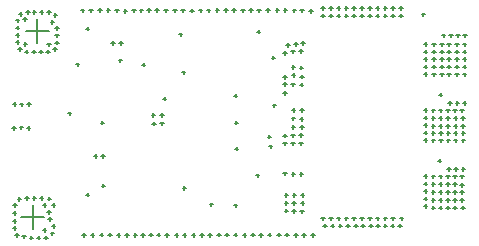
<source format=gbr>
%TF.GenerationSoftware,Altium Limited,Altium Designer,20.2.3 (150)*%
G04 Layer_Color=128*
%FSLAX26Y26*%
%MOIN*%
%TF.SameCoordinates,27716F98-0B22-40FE-96F5-AA6DB086EB47*%
%TF.FilePolarity,Positive*%
%TF.FileFunction,Drillmap*%
%TF.Part,Single*%
G01*
G75*
%TA.AperFunction,NonConductor*%
%ADD42C,0.005000*%
D42*
X2596095Y1484992D02*
X2607905D01*
X2602000Y1479087D02*
Y1490898D01*
X2234095Y1646000D02*
X2245905D01*
X2240000Y1640094D02*
Y1651906D01*
X2210095Y1646000D02*
X2221905D01*
X2216000Y1640094D02*
Y1651906D01*
X2295095Y2023000D02*
X2306905D01*
X2301000Y2017094D02*
Y2028906D01*
X2294103Y1965734D02*
X2304103D01*
X2299103Y1960734D02*
Y1970734D01*
X2269095Y2023508D02*
X2280905D01*
X2275000Y2017603D02*
Y2029414D01*
X2185000Y2070000D02*
X2195000D01*
X2190000Y2065000D02*
Y2075000D01*
X2494218Y2051218D02*
X2504218D01*
X2499218Y2046218D02*
Y2056218D01*
X2789441Y1710682D02*
X2799441D01*
X2794441Y1705682D02*
Y1715682D01*
X2794735Y1678877D02*
X2804735D01*
X2799735Y1673877D02*
Y1683877D01*
X2841874Y1856483D02*
X2853685D01*
X2847779Y1850577D02*
Y1862388D01*
X2806627Y1814815D02*
X2816627D01*
X2811627Y1809815D02*
Y1819815D01*
X2751443Y1581623D02*
X2761443D01*
X2756443Y1576623D02*
Y1586623D01*
X2755000Y2060000D02*
X2765000D01*
X2760000Y2055000D02*
Y2065000D01*
X2172095Y1383000D02*
X2183905D01*
X2178000Y1377094D02*
Y1388906D01*
X2200095Y1383000D02*
X2211905D01*
X2206000Y1377094D02*
Y1388906D01*
X2230095Y1384000D02*
X2241905D01*
X2236000Y1378094D02*
Y1389906D01*
X2258095Y1384000D02*
X2269905D01*
X2264000Y1378094D02*
Y1389906D01*
X2287095Y1383000D02*
X2298905D01*
X2293000Y1377094D02*
Y1388906D01*
X2343095Y1383000D02*
X2354905D01*
X2349000Y1377094D02*
Y1388906D01*
X2394095Y1384000D02*
X2405905D01*
X2400000Y1378094D02*
Y1389906D01*
X2420095Y1384000D02*
X2431905D01*
X2426000Y1378094D02*
Y1389906D01*
X2449095Y1383000D02*
X2460905D01*
X2455000Y1377094D02*
Y1388906D01*
X2480095Y1383000D02*
X2491905D01*
X2486000Y1377094D02*
Y1388906D01*
X2507095Y1383000D02*
X2518905D01*
X2513000Y1377094D02*
Y1388906D01*
X2565095Y1383000D02*
X2576905D01*
X2571000Y1377094D02*
Y1388906D01*
X2649095Y1384000D02*
X2660905D01*
X2655000Y1378094D02*
Y1389906D01*
X2734095Y1384000D02*
X2745905D01*
X2740000Y1378094D02*
Y1389906D01*
X2790095Y1384000D02*
X2801905D01*
X2796000Y1378094D02*
Y1389906D01*
X2821095Y1384000D02*
X2832905D01*
X2827000Y1378094D02*
Y1389906D01*
X2848095Y1384000D02*
X2859905D01*
X2854000Y1378094D02*
Y1389906D01*
X2878095Y1383000D02*
X2889905D01*
X2884000Y1377094D02*
Y1388906D01*
X2904095Y1383000D02*
X2915905D01*
X2910000Y1377094D02*
Y1388906D01*
X2934095Y1382000D02*
X2945905D01*
X2940000Y1376094D02*
Y1387906D01*
X2314874Y1382108D02*
X2326685D01*
X2320779Y1376202D02*
Y1388013D01*
X2368165Y1383249D02*
X2379976D01*
X2374070Y1377344D02*
Y1389155D01*
X2621596Y1383851D02*
X2633407D01*
X2627501Y1377945D02*
Y1389756D01*
X2592069Y1383236D02*
X2603880D01*
X2597974Y1377330D02*
Y1389141D01*
X2536706Y1382620D02*
X2548517D01*
X2542611Y1376715D02*
Y1388526D01*
X2760738Y1383443D02*
X2772549D01*
X2766643Y1377537D02*
Y1389348D01*
X2707361Y1383425D02*
X2719172D01*
X2713267Y1377519D02*
Y1389330D01*
X2677129Y1383840D02*
X2688940D01*
X2683034Y1377934D02*
Y1389745D01*
X2672129Y2131840D02*
X2683940D01*
X2678034Y2125934D02*
Y2137745D01*
X2702361Y2131425D02*
X2714172D01*
X2708267Y2125519D02*
Y2137330D01*
X2755738Y2131443D02*
X2767549D01*
X2761643Y2125537D02*
Y2137348D01*
X2531706Y2130620D02*
X2543517D01*
X2537611Y2124715D02*
Y2136526D01*
X2587069Y2131236D02*
X2598880D01*
X2592974Y2125330D02*
Y2137141D01*
X2616596Y2131851D02*
X2628407D01*
X2622501Y2125945D02*
Y2137756D01*
X2363165Y2131249D02*
X2374976D01*
X2369070Y2125344D02*
Y2137155D01*
X2309874Y2130108D02*
X2321685D01*
X2315779Y2124202D02*
Y2136013D01*
X2929095Y2130000D02*
X2940905D01*
X2935000Y2124095D02*
Y2135905D01*
X2899095Y2131000D02*
X2910905D01*
X2905000Y2125095D02*
Y2136905D01*
X2873095Y2131000D02*
X2884905D01*
X2879000Y2125095D02*
Y2136905D01*
X2843095Y2132000D02*
X2854905D01*
X2849000Y2126095D02*
Y2137905D01*
X2816095Y2132000D02*
X2827905D01*
X2822000Y2126095D02*
Y2137905D01*
X2785095Y2132000D02*
X2796905D01*
X2791000Y2126095D02*
Y2137905D01*
X2729095Y2132000D02*
X2740905D01*
X2735000Y2126095D02*
Y2137905D01*
X2644095Y2132000D02*
X2655905D01*
X2650000Y2126095D02*
Y2137905D01*
X2560095Y2131000D02*
X2571905D01*
X2566000Y2125095D02*
Y2136905D01*
X2502095Y2131000D02*
X2513905D01*
X2508000Y2125095D02*
Y2136905D01*
X2475095Y2131000D02*
X2486905D01*
X2481000Y2125095D02*
Y2136905D01*
X2444095Y2131000D02*
X2455905D01*
X2450000Y2125095D02*
Y2136905D01*
X2415095Y2132000D02*
X2426905D01*
X2421000Y2126095D02*
Y2137905D01*
X2389095Y2132000D02*
X2400905D01*
X2395000Y2126095D02*
Y2137905D01*
X2338095Y2131000D02*
X2349905D01*
X2344000Y2125095D02*
Y2136905D01*
X2282095Y2131000D02*
X2293905D01*
X2288000Y2125095D02*
Y2136905D01*
X2253095Y2132000D02*
X2264905D01*
X2259000Y2126095D02*
Y2137905D01*
X2225095Y2132000D02*
X2236905D01*
X2231000Y2126095D02*
Y2137905D01*
X2195095Y2131000D02*
X2206905D01*
X2201000Y2125095D02*
Y2136905D01*
X2167095Y2131000D02*
X2178905D01*
X2173000Y2125095D02*
Y2136905D01*
X2898406Y1461599D02*
X2910217D01*
X2904312Y1455693D02*
Y1467504D01*
X2871744Y1462160D02*
X2883555D01*
X2877649Y1456255D02*
Y1468066D01*
X2900090Y1489103D02*
X2911901D01*
X2905995Y1483197D02*
Y1495008D01*
X2872305Y1489664D02*
X2884116D01*
X2878211Y1483759D02*
Y1495570D01*
X2900370Y1515765D02*
X2912182D01*
X2906276Y1509860D02*
Y1521671D01*
X2872867Y1516326D02*
X2884677D01*
X2878772Y1510421D02*
Y1522232D01*
X2895649Y1688395D02*
X2907460D01*
X2901555Y1682489D02*
Y1694301D01*
X2868804Y1688395D02*
X2880615D01*
X2874709Y1682489D02*
Y1694301D01*
X2895096Y1716347D02*
X2906907D01*
X2901001Y1710442D02*
Y1722253D01*
X2869081Y1714963D02*
X2880892D01*
X2874986Y1709058D02*
Y1720869D01*
X2897642Y1742786D02*
X2909452D01*
X2903547Y1736880D02*
Y1748691D01*
X2869730Y1742786D02*
X2881541D01*
X2875636Y1736880D02*
Y1748691D01*
X2897274Y1769963D02*
X2909085D01*
X2903180Y1764057D02*
Y1775869D01*
X2869730Y1771432D02*
X2881541D01*
X2875636Y1765526D02*
Y1777338D01*
X2897642Y1798976D02*
X2909452D01*
X2903547Y1793071D02*
Y1804882D01*
X2870465Y1799343D02*
X2882276D01*
X2876370Y1793438D02*
Y1805249D01*
X2897105Y1883677D02*
X2908916D01*
X2903011Y1877771D02*
Y1889582D01*
X2869185Y1884771D02*
X2880996D01*
X2875090Y1878866D02*
Y1890677D01*
X2898474Y1910776D02*
X2910285D01*
X2904379Y1904870D02*
Y1916681D01*
X2870280Y1915155D02*
X2882091D01*
X2876185Y1909250D02*
Y1921061D01*
X2896284Y1940612D02*
X2908095D01*
X2902190Y1934707D02*
Y1946517D01*
X2869459Y1941981D02*
X2881270D01*
X2875364Y1936075D02*
Y1947886D01*
X2895105Y1996258D02*
X2906916D01*
X2901010Y1990352D02*
Y2002163D01*
X2868773Y1994713D02*
X2880584D01*
X2874679Y1988807D02*
Y2000618D01*
X2896377Y1586805D02*
X2908188D01*
X2902282Y1580900D02*
Y1592711D01*
X2869508Y1586805D02*
X2881319D01*
X2875413Y1580900D02*
Y1592711D01*
X2124915Y1789305D02*
X2134915D01*
X2129915Y1784305D02*
Y1794305D01*
X1987094Y1740000D02*
X1998906D01*
X1993000Y1734094D02*
Y1745906D01*
X1938094Y1740000D02*
X1949906D01*
X1944000Y1734094D02*
Y1745906D01*
X1988094Y1819000D02*
X1999906D01*
X1994000Y1813094D02*
Y1824906D01*
X1964864Y1818942D02*
X1974864D01*
X1969864Y1813942D02*
Y1823942D01*
X1940094Y1819000D02*
X1951906D01*
X1946000Y1813094D02*
Y1824906D01*
X2442000Y1836000D02*
X2452000D01*
X2447000Y1831000D02*
Y1841000D01*
X1963000Y1741000D02*
X1973000D01*
X1968000Y1736000D02*
Y1746000D01*
X2185000Y1517000D02*
X2195000D01*
X2190000Y1512000D02*
Y1522000D01*
X2432095Y1755000D02*
X2443905D01*
X2438000Y1749094D02*
Y1760906D01*
X2405095Y1754000D02*
X2416905D01*
X2411000Y1748094D02*
Y1759906D01*
X2432095Y1783000D02*
X2443905D01*
X2438000Y1777094D02*
Y1788906D01*
X2403095Y1783000D02*
X2414905D01*
X2409000Y1777094D02*
Y1788906D01*
X2505603Y1925000D02*
X2515603D01*
X2510603Y1920000D02*
Y1930000D01*
X1983016Y2061758D02*
X2061756D01*
X2022386Y2022388D02*
Y2101128D01*
X2054095Y2018000D02*
X2065905D01*
X2060000Y2012094D02*
Y2023906D01*
X1976094Y2020000D02*
X1987906D01*
X1982000Y2014094D02*
Y2025906D01*
X2066095Y2092000D02*
X2077905D01*
X2072000Y2086095D02*
Y2097905D01*
X2082095Y2072000D02*
X2093905D01*
X2088000Y2066095D02*
Y2077905D01*
X2082095Y2048000D02*
X2093905D01*
X2088000Y2042094D02*
Y2053905D01*
X2082095Y2024000D02*
X2093905D01*
X2088000Y2018094D02*
Y2029906D01*
X2074095Y2002000D02*
X2085905D01*
X2080000Y1996094D02*
Y2007906D01*
X2052095Y1994000D02*
X2063905D01*
X2058000Y1988094D02*
Y1999906D01*
X2028094Y1994000D02*
X2039906D01*
X2034000Y1988094D02*
Y1999906D01*
X2004094Y1994000D02*
X2015906D01*
X2010000Y1988094D02*
Y1999906D01*
X1980094Y1994000D02*
X1991906D01*
X1986000Y1988094D02*
Y1999906D01*
X1958094Y2002000D02*
X1969906D01*
X1964000Y1996094D02*
Y2007906D01*
X1950094Y2026000D02*
X1961906D01*
X1956000Y2020094D02*
Y2031906D01*
X1950094Y2050000D02*
X1961906D01*
X1956000Y2044094D02*
Y2055905D01*
X1950094Y2074000D02*
X1961906D01*
X1956000Y2068095D02*
Y2079905D01*
X1974094Y2102000D02*
X1985906D01*
X1980000Y2096095D02*
Y2107905D01*
X1950094Y2098000D02*
X1961906D01*
X1956000Y2092095D02*
Y2103905D01*
X2076095Y2116000D02*
X2087905D01*
X2082000Y2110095D02*
Y2121905D01*
X2054095Y2126000D02*
X2065905D01*
X2060000Y2120095D02*
Y2131905D01*
X2030094Y2126000D02*
X2041906D01*
X2036000Y2120095D02*
Y2131905D01*
X2006094Y2126000D02*
X2017906D01*
X2012000Y2120095D02*
Y2131905D01*
X1984094Y2126000D02*
X1995906D01*
X1990000Y2120095D02*
Y2131905D01*
X1960094Y2120000D02*
X1971906D01*
X1966000Y2114095D02*
Y2125905D01*
X2070095Y1482000D02*
X2081905D01*
X2076000Y1476094D02*
Y1487906D01*
X2040094Y1482000D02*
X2051905D01*
X2046000Y1476094D02*
Y1487906D01*
X2054095Y1460000D02*
X2065905D01*
X2060000Y1454094D02*
Y1465906D01*
X2058095Y1436000D02*
X2069905D01*
X2064000Y1430094D02*
Y1441906D01*
X2040094Y1400000D02*
X2051905D01*
X2046000Y1394094D02*
Y1405906D01*
X2070095Y1412000D02*
X2081905D01*
X2076000Y1406094D02*
Y1417906D01*
X2066095Y1388000D02*
X2077905D01*
X2072000Y1382094D02*
Y1393906D01*
X2044094Y1374000D02*
X2055905D01*
X2050000Y1368094D02*
Y1379906D01*
X2020094Y1374000D02*
X2031906D01*
X2026000Y1368094D02*
Y1379906D01*
X1996094Y1374000D02*
X2007906D01*
X2002000Y1368094D02*
Y1379906D01*
X1972094Y1378000D02*
X1983906D01*
X1978000Y1372094D02*
Y1383906D01*
X1948094Y1382000D02*
X1959906D01*
X1954000Y1376094D02*
Y1387906D01*
X1940094Y1406000D02*
X1951906D01*
X1946000Y1400094D02*
Y1411906D01*
X1940094Y1430000D02*
X1951906D01*
X1946000Y1424094D02*
Y1435906D01*
X1940094Y1456000D02*
X1951906D01*
X1946000Y1450094D02*
Y1461906D01*
X1942094Y1482000D02*
X1953906D01*
X1948000Y1476094D02*
Y1487906D01*
X2056095Y1504000D02*
X2067905D01*
X2062000Y1498094D02*
Y1509906D01*
X2030094Y1506000D02*
X2041906D01*
X2036000Y1500094D02*
Y1511906D01*
X2006094Y1506000D02*
X2017906D01*
X2012000Y1500094D02*
Y1511906D01*
X1982094Y1506000D02*
X1993906D01*
X1988000Y1500094D02*
Y1511906D01*
X1966630Y1442000D02*
X2045370D01*
X2006000Y1402630D02*
Y1481370D01*
X1956094Y1502000D02*
X1967906D01*
X1962000Y1496094D02*
Y1507906D01*
X2902095Y2022000D02*
X2913905D01*
X2908000Y2016094D02*
Y2027906D01*
X2878095Y2020000D02*
X2889905D01*
X2884000Y2014094D02*
Y2025906D01*
X2852095Y2016000D02*
X2863905D01*
X2858000Y2010094D02*
Y2021906D01*
X2842095Y1990000D02*
X2853905D01*
X2848000Y1984094D02*
Y1995906D01*
X2842095Y1910000D02*
X2853905D01*
X2848000Y1904094D02*
Y1915906D01*
X2842095Y1886000D02*
X2853905D01*
X2848000Y1880094D02*
Y1891906D01*
X2842095Y1714000D02*
X2853905D01*
X2848000Y1708094D02*
Y1719906D01*
X2842095Y1688000D02*
X2853905D01*
X2848000Y1682094D02*
Y1693906D01*
X2842095Y1588000D02*
X2853905D01*
X2848000Y1582094D02*
Y1593906D01*
X2846095Y1516000D02*
X2857905D01*
X2852000Y1510094D02*
Y1521906D01*
X2846095Y1490000D02*
X2857905D01*
X2852000Y1484094D02*
Y1495906D01*
X2846095Y1464000D02*
X2857905D01*
X2852000Y1458094D02*
Y1469906D01*
X3434095Y1474000D02*
X3445905D01*
X3440000Y1468094D02*
Y1479906D01*
X3408095Y1474000D02*
X3419905D01*
X3414000Y1468094D02*
Y1479906D01*
X3384095Y1474000D02*
X3395905D01*
X3390000Y1468094D02*
Y1479906D01*
X3360095Y1474000D02*
X3371905D01*
X3366000Y1468094D02*
Y1479906D01*
X3336095Y1474000D02*
X3347905D01*
X3342000Y1468094D02*
Y1479906D01*
X3432095Y1500000D02*
X3443905D01*
X3438000Y1494094D02*
Y1505906D01*
X3408095Y1500000D02*
X3419905D01*
X3414000Y1494094D02*
Y1505906D01*
X3384095Y1500000D02*
X3395905D01*
X3390000Y1494094D02*
Y1505906D01*
X3360095Y1500000D02*
X3371905D01*
X3366000Y1494094D02*
Y1505906D01*
X3336095Y1500000D02*
X3347905D01*
X3342000Y1494094D02*
Y1505906D01*
X3432095Y1526000D02*
X3443905D01*
X3438000Y1520094D02*
Y1531906D01*
X3408095Y1526000D02*
X3419905D01*
X3414000Y1520094D02*
Y1531906D01*
X3384095Y1526000D02*
X3395905D01*
X3390000Y1520094D02*
Y1531906D01*
X3360095Y1526000D02*
X3371905D01*
X3366000Y1520094D02*
Y1531906D01*
X3336095Y1526000D02*
X3347905D01*
X3342000Y1520094D02*
Y1531906D01*
X3432095Y1550000D02*
X3443905D01*
X3438000Y1544094D02*
Y1555906D01*
X3408095Y1552000D02*
X3419905D01*
X3414000Y1546094D02*
Y1557906D01*
X3384095Y1552000D02*
X3395905D01*
X3390000Y1546094D02*
Y1557906D01*
X3360095Y1552000D02*
X3371905D01*
X3366000Y1546094D02*
Y1557906D01*
X3336095Y1552000D02*
X3347905D01*
X3342000Y1546094D02*
Y1557906D01*
X3436095Y1602000D02*
X3447905D01*
X3442000Y1596094D02*
Y1607906D01*
X3412095Y1602000D02*
X3423905D01*
X3418000Y1596094D02*
Y1607906D01*
X3388095Y1602000D02*
X3399905D01*
X3394000Y1596094D02*
Y1607906D01*
X3432095Y1578000D02*
X3443905D01*
X3438000Y1572094D02*
Y1583906D01*
X3408095Y1578000D02*
X3419905D01*
X3414000Y1572094D02*
Y1583906D01*
X3384095Y1578000D02*
X3395905D01*
X3390000Y1572094D02*
Y1583906D01*
X3360095Y1578000D02*
X3371905D01*
X3366000Y1572094D02*
Y1583906D01*
X3336095Y1578000D02*
X3347905D01*
X3342000Y1572094D02*
Y1583906D01*
X3310095Y1504000D02*
X3321905D01*
X3316000Y1498094D02*
Y1509906D01*
X3310095Y1554000D02*
X3321905D01*
X3316000Y1548094D02*
Y1559906D01*
X3436095Y1698000D02*
X3447905D01*
X3442000Y1692094D02*
Y1703906D01*
X3410095Y1698000D02*
X3421905D01*
X3416000Y1692094D02*
Y1703906D01*
X3386095Y1698000D02*
X3397905D01*
X3392000Y1692094D02*
Y1703906D01*
X3362095Y1698000D02*
X3373905D01*
X3368000Y1692094D02*
Y1703906D01*
X3336095Y1698000D02*
X3347905D01*
X3342000Y1692094D02*
Y1703906D01*
X3436095Y1722000D02*
X3447905D01*
X3442000Y1716094D02*
Y1727906D01*
X3410095Y1722000D02*
X3421905D01*
X3416000Y1716094D02*
Y1727906D01*
X3386095Y1722000D02*
X3397905D01*
X3392000Y1716094D02*
Y1727906D01*
X3362095Y1722000D02*
X3373905D01*
X3368000Y1716094D02*
Y1727906D01*
X3336095Y1722000D02*
X3347905D01*
X3342000Y1716094D02*
Y1727906D01*
X3434095Y1746000D02*
X3445905D01*
X3440000Y1740094D02*
Y1751906D01*
X3410095Y1746000D02*
X3421905D01*
X3416000Y1740094D02*
Y1751906D01*
X3384095Y1746000D02*
X3395905D01*
X3390000Y1740094D02*
Y1751906D01*
X3360095Y1746000D02*
X3371905D01*
X3366000Y1740094D02*
Y1751906D01*
X3336095Y1746000D02*
X3347905D01*
X3342000Y1740094D02*
Y1751906D01*
X3434095Y1772000D02*
X3445905D01*
X3440000Y1766094D02*
Y1777906D01*
X3410095Y1772000D02*
X3421905D01*
X3416000Y1766094D02*
Y1777906D01*
X3384095Y1772000D02*
X3395905D01*
X3390000Y1766094D02*
Y1777906D01*
X3360095Y1772000D02*
X3371905D01*
X3366000Y1766094D02*
Y1777906D01*
X3336095Y1772000D02*
X3347905D01*
X3342000Y1766094D02*
Y1777906D01*
X3440095Y1822000D02*
X3451905D01*
X3446000Y1816094D02*
Y1827906D01*
X3416095Y1822000D02*
X3427905D01*
X3422000Y1816094D02*
Y1827906D01*
X3392095Y1822000D02*
X3403905D01*
X3398000Y1816094D02*
Y1827906D01*
X3432095Y1798000D02*
X3443905D01*
X3438000Y1792094D02*
Y1803906D01*
X3408095Y1798000D02*
X3419905D01*
X3414000Y1792094D02*
Y1803906D01*
X3384095Y1798000D02*
X3395905D01*
X3390000Y1792094D02*
Y1803906D01*
X3360095Y1798000D02*
X3371905D01*
X3366000Y1792094D02*
Y1803906D01*
X3336095Y1798000D02*
X3347905D01*
X3342000Y1792094D02*
Y1803906D01*
X3310095Y1724000D02*
X3321905D01*
X3316000Y1718094D02*
Y1729906D01*
X3310095Y1774000D02*
X3321905D01*
X3316000Y1768094D02*
Y1779906D01*
X3440095Y1918000D02*
X3451905D01*
X3446000Y1912094D02*
Y1923906D01*
X3414095Y1918000D02*
X3425905D01*
X3420000Y1912094D02*
Y1923906D01*
X3388095Y1918000D02*
X3399905D01*
X3394000Y1912094D02*
Y1923906D01*
X3364095Y1918000D02*
X3375905D01*
X3370000Y1912094D02*
Y1923906D01*
X3338095Y1918000D02*
X3349905D01*
X3344000Y1912094D02*
Y1923906D01*
X3440095Y1944000D02*
X3451905D01*
X3446000Y1938094D02*
Y1949906D01*
X3414095Y1944000D02*
X3425905D01*
X3420000Y1938094D02*
Y1949906D01*
X3388095Y1944000D02*
X3399905D01*
X3394000Y1938094D02*
Y1949906D01*
X3364095Y1944000D02*
X3375905D01*
X3370000Y1938094D02*
Y1949906D01*
X3338095Y1944000D02*
X3349905D01*
X3344000Y1938094D02*
Y1949906D01*
X3440095Y1970000D02*
X3451905D01*
X3446000Y1964094D02*
Y1975906D01*
X3414095Y1970000D02*
X3425905D01*
X3420000Y1964094D02*
Y1975906D01*
X3388095Y1970000D02*
X3399905D01*
X3394000Y1964094D02*
Y1975906D01*
X3364095Y1970000D02*
X3375905D01*
X3370000Y1964094D02*
Y1975906D01*
X3338095Y1970000D02*
X3349905D01*
X3344000Y1964094D02*
Y1975906D01*
X3440095Y1994000D02*
X3451905D01*
X3446000Y1988094D02*
Y1999906D01*
X3414095Y1994000D02*
X3425905D01*
X3420000Y1988094D02*
Y1999906D01*
X3388095Y1994000D02*
X3399905D01*
X3394000Y1988094D02*
Y1999906D01*
X3364095Y1994000D02*
X3375905D01*
X3370000Y1988094D02*
Y1999906D01*
X3338095Y1994000D02*
X3349905D01*
X3344000Y1988094D02*
Y1999906D01*
X3310095Y1944000D02*
X3321905D01*
X3316000Y1938094D02*
Y1949906D01*
X3310095Y1994000D02*
X3321905D01*
X3316000Y1988094D02*
Y1999906D01*
X3440095Y2018000D02*
X3451905D01*
X3446000Y2012094D02*
Y2023906D01*
X3414095Y2018000D02*
X3425905D01*
X3420000Y2012094D02*
Y2023906D01*
X3442095Y2048000D02*
X3453905D01*
X3448000Y2042094D02*
Y2053905D01*
X3418095Y2048000D02*
X3429905D01*
X3424000Y2042094D02*
Y2053905D01*
X3394095Y2048000D02*
X3405905D01*
X3400000Y2042094D02*
Y2053905D01*
X3370095Y2048000D02*
X3381905D01*
X3376000Y2042094D02*
Y2053905D01*
X3388095Y2018000D02*
X3399905D01*
X3394000Y2012094D02*
Y2023906D01*
X3364095Y2018000D02*
X3375905D01*
X3370000Y2012094D02*
Y2023906D01*
X3338095Y2018000D02*
X3349905D01*
X3344000Y2012094D02*
Y2023906D01*
X3310236Y1969000D02*
X3322047D01*
X3316142Y1963094D02*
Y1974906D01*
X2237529Y1546761D02*
X2247529D01*
X2242529Y1541761D02*
Y1551761D01*
X2506095Y1540000D02*
X2517905D01*
X2512000Y1534094D02*
Y1545906D01*
X2371000Y1950000D02*
X2381000D01*
X2376000Y1945000D02*
Y1955000D01*
X2151000Y1952000D02*
X2161000D01*
X2156000Y1947000D02*
Y1957000D01*
X2803000Y1974000D02*
X2813000D01*
X2808000Y1969000D02*
Y1979000D01*
X3310236Y1479000D02*
X3322047D01*
X3316142Y1473094D02*
Y1484906D01*
X3310236Y1529000D02*
X3322047D01*
X3316142Y1523094D02*
Y1534906D01*
X3310236Y1579000D02*
X3322047D01*
X3316142Y1573094D02*
Y1584906D01*
X3310236Y1699000D02*
X3322047D01*
X3316142Y1693094D02*
Y1704906D01*
X3310236Y1749000D02*
X3322047D01*
X3316142Y1743094D02*
Y1754906D01*
X3310236Y1799000D02*
X3322047D01*
X3316142Y1793094D02*
Y1804906D01*
X3310236Y1919000D02*
X3322047D01*
X3316142Y1913094D02*
Y1924906D01*
X3310236Y2019000D02*
X3322047D01*
X3316142Y2013094D02*
Y2024906D01*
X3358526Y1629549D02*
X3368526D01*
X3363526Y1624549D02*
Y1634549D01*
X3361000Y1850000D02*
X3371000D01*
X3366000Y1845000D02*
Y1855000D01*
X3303268Y2117732D02*
X3313268D01*
X3308268Y2112732D02*
Y2122732D01*
X3224095Y1414000D02*
X3235905D01*
X3230000Y1408094D02*
Y1419906D01*
X3200095Y1414000D02*
X3211905D01*
X3206000Y1408094D02*
Y1419906D01*
X3176095Y1414000D02*
X3187905D01*
X3182000Y1408094D02*
Y1419906D01*
X3152095Y1414000D02*
X3163905D01*
X3158000Y1408094D02*
Y1419906D01*
X3128095Y1414000D02*
X3139905D01*
X3134000Y1408094D02*
Y1419906D01*
X3102095Y1414000D02*
X3113905D01*
X3108000Y1408094D02*
Y1419906D01*
X3078095Y1414000D02*
X3089905D01*
X3084000Y1408094D02*
Y1419906D01*
X3052095Y1414000D02*
X3063905D01*
X3058000Y1408094D02*
Y1419906D01*
X3026095Y1414000D02*
X3037905D01*
X3032000Y1408094D02*
Y1419906D01*
X3000095Y1414000D02*
X3011905D01*
X3006000Y1408094D02*
Y1419906D01*
X2974095Y1414000D02*
X2985905D01*
X2980000Y1408094D02*
Y1419906D01*
X3230095Y1438000D02*
X3241905D01*
X3236000Y1432094D02*
Y1443906D01*
X3202095Y1438000D02*
X3213905D01*
X3208000Y1432094D02*
Y1443906D01*
X3176095Y1438000D02*
X3187905D01*
X3182000Y1432094D02*
Y1443906D01*
X3150095Y1438000D02*
X3161905D01*
X3156000Y1432094D02*
Y1443906D01*
X3124095Y1438000D02*
X3135905D01*
X3130000Y1432094D02*
Y1443906D01*
X3098095Y1438000D02*
X3109905D01*
X3104000Y1432094D02*
Y1443906D01*
X3072095Y1438000D02*
X3083905D01*
X3078000Y1432094D02*
Y1443906D01*
X3046095Y1438000D02*
X3057905D01*
X3052000Y1432094D02*
Y1443906D01*
X3020095Y1438000D02*
X3031905D01*
X3026000Y1432094D02*
Y1443906D01*
X2994095Y1438000D02*
X3005905D01*
X3000000Y1432094D02*
Y1443906D01*
X2968095Y1438000D02*
X2979905D01*
X2974000Y1432094D02*
Y1443906D01*
X2968095Y2140000D02*
X2979905D01*
X2974000Y2134095D02*
Y2145905D01*
X2994095Y2140000D02*
X3005905D01*
X3000000Y2134095D02*
Y2145905D01*
X3020095Y2140000D02*
X3031905D01*
X3026000Y2134095D02*
Y2145905D01*
X3046095Y2140000D02*
X3057905D01*
X3052000Y2134095D02*
Y2145905D01*
X3072095Y2140000D02*
X3083905D01*
X3078000Y2134095D02*
Y2145905D01*
X3098095Y2140000D02*
X3109905D01*
X3104000Y2134095D02*
Y2145905D01*
X3124095Y2140000D02*
X3135905D01*
X3130000Y2134095D02*
Y2145905D01*
X3150095Y2140000D02*
X3161905D01*
X3156000Y2134095D02*
Y2145905D01*
X3176095Y2140000D02*
X3187905D01*
X3182000Y2134095D02*
Y2145905D01*
X3202095Y2140000D02*
X3213905D01*
X3208000Y2134095D02*
Y2145905D01*
X3228095Y2140000D02*
X3239905D01*
X3234000Y2134095D02*
Y2145905D01*
X3228095Y2114000D02*
X3239905D01*
X3234000Y2108095D02*
Y2119905D01*
X3202095Y2114000D02*
X3213905D01*
X3208000Y2108095D02*
Y2119905D01*
X3176095Y2114000D02*
X3187905D01*
X3182000Y2108095D02*
Y2119905D01*
X3150095Y2114000D02*
X3161905D01*
X3156000Y2108095D02*
Y2119905D01*
X3124095Y2114000D02*
X3135905D01*
X3130000Y2108095D02*
Y2119905D01*
X3098095Y2114000D02*
X3109905D01*
X3104000Y2108095D02*
Y2119905D01*
X3072095Y2114000D02*
X3083905D01*
X3078000Y2108095D02*
Y2119905D01*
X3046095Y2114000D02*
X3057905D01*
X3052000Y2108095D02*
Y2119905D01*
X3020095Y2114000D02*
X3031905D01*
X3026000Y2108095D02*
Y2119905D01*
X2994095Y2114000D02*
X3005905D01*
X3000000Y2108095D02*
Y2119905D01*
X2968095Y2114000D02*
X2979905D01*
X2974000Y2108095D02*
Y2119905D01*
X2679000Y1482000D02*
X2689000D01*
X2684000Y1477000D02*
Y1487000D01*
X2234000Y1756000D02*
X2244000D01*
X2239000Y1751000D02*
Y1761000D01*
X2680971Y1669473D02*
X2690971D01*
X2685971Y1664473D02*
Y1674473D01*
X2680065Y1757306D02*
X2690065D01*
X2685065Y1752306D02*
Y1762306D01*
X2679000Y1846000D02*
X2689000D01*
X2684000Y1841000D02*
Y1851000D01*
%TF.MD5,d5cb774dd3dba2b392e7f88e426d830e*%
M02*

</source>
